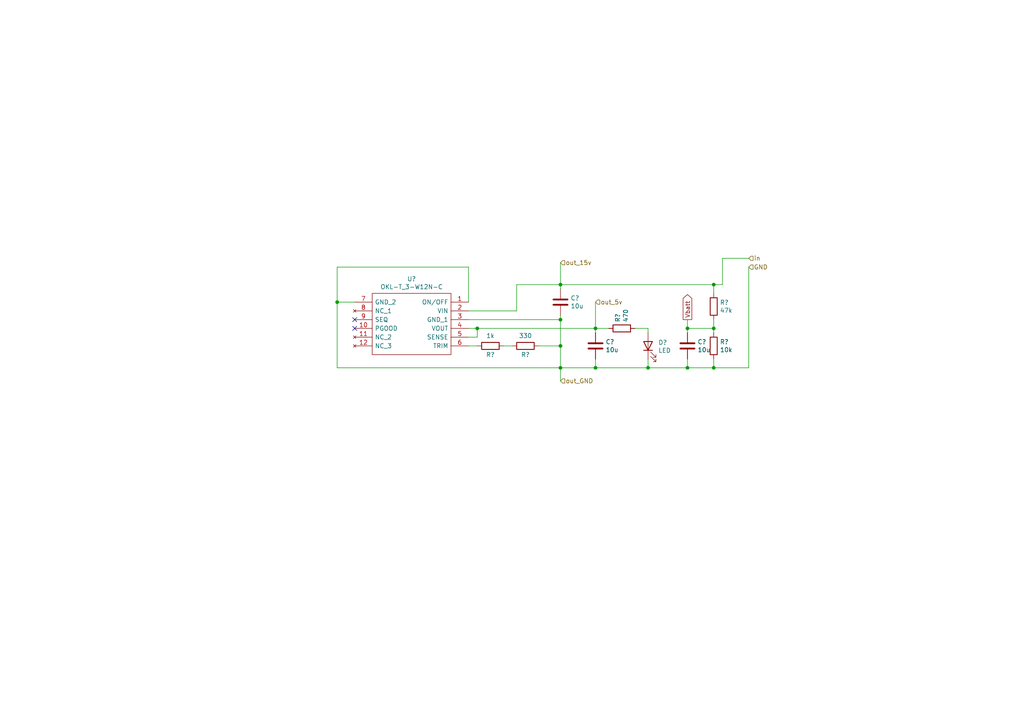
<source format=kicad_sch>
(kicad_sch (version 20211123) (generator eeschema)
  (paper "A4")
  (lib_symbols
    (symbol "0.main.mega:C" (pin_numbers hide) (pin_names (offset 0.254))
      (property "Reference" "C" (at 0.635 2.54 0))
      (property "Value" "0.main.mega_C" (at 0.635 -2.54 0))
      (symbol "C_0_1"
        (polyline (pts (xy -2.032 -0.762) (xy 2.032 -0.762)) (stroke (width 0.508)))
        (polyline (pts (xy -2.032 0.762) (xy 2.032 0.762)) (stroke (width 0.508)))
      )
      (symbol "C_1_1"
        (pin passive line (at 0 3.81 270) (length 2.794) (name "~") (number "1"))
        (pin passive line (at 0 -3.81 90) (length 2.794) (name "~") (number "2"))
      )
    )
    (symbol "0.main.mega:OKL-T_6-W12N-C" (pin_names (offset 0.762))
      (property "Reference" "U" (at 29.21 7.62 0))
      (property "Value" "0.main.mega_OKL-T_6-W12N-C" (at 29.21 5.08 0))
      (symbol "OKL-T_6-W12N-C_0_0"
        (pin passive line (at 0 0 0) (length 5.08) (name "ON/OFF") (number "1"))
        (pin passive line (at 33.02 -7.62 180) (length 5.08) (name "PGOOD") (number "10"))
        (pin no_connect line (at 33.02 -10.16 180) (length 5.08) (name "NC_2") (number "11"))
        (pin no_connect line (at 33.02 -12.7 180) (length 5.08) (name "NC_3") (number "12"))
        (pin passive line (at 0 -2.54 0) (length 5.08) (name "VIN") (number "2"))
        (pin passive line (at 0 -5.08 0) (length 5.08) (name "GND_1") (number "3"))
        (pin passive line (at 0 -7.62 0) (length 5.08) (name "VOUT") (number "4"))
        (pin passive line (at 0 -10.16 0) (length 5.08) (name "SENSE") (number "5"))
        (pin passive line (at 0 -12.7 0) (length 5.08) (name "TRIM") (number "6"))
        (pin passive line (at 33.02 0 180) (length 5.08) (name "GND_2") (number "7"))
        (pin no_connect line (at 33.02 -2.54 180) (length 5.08) (name "NC_1") (number "8"))
        (pin passive line (at 33.02 -5.08 180) (length 5.08) (name "SEQ") (number "9"))
      )
      (symbol "OKL-T_6-W12N-C_0_1"
        (polyline (pts (xy 5.08 2.54) (xy 27.94 2.54) (xy 27.94 -15.24) (xy 5.08 -15.24) (xy 5.08 2.54)) (stroke (width 0.1524)))
      )
    )
    (symbol "0.main.mega:R" (pin_numbers hide) (pin_names (offset 0))
      (property "Reference" "R" (at 2.032 0 90))
      (property "Value" "0.main.mega_R" (at 0 0 90))
      (symbol "R_0_1"
        (rectangle (start -1.016 -2.54) (end 1.016 2.54) (stroke (width 0.254)))
      )
      (symbol "R_1_1"
        (pin passive line (at 0 3.81 270) (length 1.27) (name "~") (number "1"))
        (pin passive line (at 0 -3.81 90) (length 1.27) (name "~") (number "2"))
      )
    )
    (symbol "Device:LED" (pin_numbers hide) (pin_names (offset 1.016) hide)
      (property "Reference" "D" (at 0 2.54 0))
      (property "Value" "LED" (at 0 -2.54 0))
      (symbol "LED_0_1"
        (polyline (pts (xy -1.27 -1.27) (xy -1.27 1.27)) (stroke (width 0.254)))
        (polyline (pts (xy -1.27 0) (xy 1.27 0)))
        (polyline (pts (xy 1.27 -1.27) (xy 1.27 1.27) (xy -1.27 0) (xy 1.27 -1.27)) (stroke (width 0.254)))
        (polyline (pts (xy -3.048 -0.762) (xy -4.572 -2.286) (xy -3.81 -2.286) (xy -4.572 -2.286) (xy -4.572 -1.524)))
        (polyline (pts (xy -1.778 -0.762) (xy -3.302 -2.286) (xy -2.54 -2.286) (xy -3.302 -2.286) (xy -3.302 -1.524)))
      )
      (symbol "LED_1_1"
        (pin passive line (at -3.81 0 0) (length 2.54) (name "K") (number "1"))
        (pin passive line (at 3.81 0 180) (length 2.54) (name "A") (number "2"))
      )
    )
  )
  (junction (at 138.43 95.25))
  (junction (at 199.39 106.68))
  (junction (at 207.01 106.68))
  (junction (at 199.39 95.25))
  (junction (at 97.79 87.63))
  (junction (at 172.72 106.68))
  (junction (at 162.56 92.71))
  (junction (at 162.56 106.68))
  (junction (at 207.01 95.25))
  (junction (at 187.96 106.68))
  (junction (at 172.72 95.25))
  (junction (at 162.56 100.33))
  (junction (at 162.56 82.55))
  (junction (at 207.01 82.55))
  (no_connect (at 102.87 92.71))
  (no_connect (at 102.87 95.25))
  (wire (pts (xy 162.56 83.82) (xy 162.56 82.55)))
  (wire (pts (xy 149.86 82.55) (xy 149.86 90.17)))
  (wire (pts (xy 207.01 82.55) (xy 207.01 85.09)))
  (wire (pts (xy 217.17 77.47) (xy 217.17 106.68)))
  (wire (pts (xy 207.01 92.71) (xy 207.01 95.25)))
  (wire (pts (xy 162.56 82.55) (xy 207.01 82.55)))
  (wire (pts (xy 138.43 97.79) (xy 138.43 95.25)))
  (wire (pts (xy 156.21 100.33) (xy 162.56 100.33)))
  (wire (pts (xy 135.89 90.17) (xy 149.86 90.17)))
  (wire (pts (xy 135.89 97.79) (xy 138.43 97.79)))
  (wire (pts (xy 199.39 92.71) (xy 199.39 95.25)))
  (wire (pts (xy 172.72 95.25) (xy 176.53 95.25)))
  (wire (pts (xy 199.39 95.25) (xy 207.01 95.25)))
  (wire (pts (xy 184.15 95.25) (xy 187.96 95.25)))
  (wire (pts (xy 162.56 106.68) (xy 162.56 110.49)))
  (wire (pts (xy 135.89 77.47) (xy 97.79 77.47)))
  (wire (pts (xy 187.96 95.25) (xy 187.96 96.52)))
  (wire (pts (xy 162.56 91.44) (xy 162.56 92.71)))
  (wire (pts (xy 162.56 106.68) (xy 172.72 106.68)))
  (wire (pts (xy 135.89 87.63) (xy 135.89 77.47)))
  (wire (pts (xy 102.87 87.63) (xy 97.79 87.63)))
  (wire (pts (xy 172.72 95.25) (xy 172.72 96.52)))
  (wire (pts (xy 172.72 104.14) (xy 172.72 106.68)))
  (wire (pts (xy 135.89 100.33) (xy 138.43 100.33)))
  (wire (pts (xy 207.01 106.68) (xy 217.17 106.68)))
  (wire (pts (xy 149.86 82.55) (xy 162.56 82.55)))
  (wire (pts (xy 207.01 82.55) (xy 209.55 82.55)))
  (wire (pts (xy 162.56 92.71) (xy 162.56 100.33)))
  (wire (pts (xy 97.79 106.68) (xy 162.56 106.68)))
  (wire (pts (xy 172.72 87.63) (xy 172.72 95.25)))
  (wire (pts (xy 207.01 95.25) (xy 207.01 96.52)))
  (wire (pts (xy 135.89 95.25) (xy 138.43 95.25)))
  (wire (pts (xy 97.79 87.63) (xy 97.79 106.68)))
  (wire (pts (xy 162.56 100.33) (xy 162.56 106.68)))
  (wire (pts (xy 209.55 74.93) (xy 217.17 74.93)))
  (wire (pts (xy 97.79 77.47) (xy 97.79 87.63)))
  (wire (pts (xy 199.39 96.52) (xy 199.39 95.25)))
  (wire (pts (xy 138.43 95.25) (xy 172.72 95.25)))
  (wire (pts (xy 135.89 92.71) (xy 162.56 92.71)))
  (wire (pts (xy 187.96 104.14) (xy 187.96 106.68)))
  (wire (pts (xy 207.01 104.14) (xy 207.01 106.68)))
  (wire (pts (xy 209.55 82.55) (xy 209.55 74.93)))
  (wire (pts (xy 199.39 106.68) (xy 207.01 106.68)))
  (wire (pts (xy 199.39 104.14) (xy 199.39 106.68)))
  (wire (pts (xy 172.72 106.68) (xy 187.96 106.68)))
  (wire (pts (xy 146.05 100.33) (xy 148.59 100.33)))
  (wire (pts (xy 187.96 106.68) (xy 199.39 106.68)))
  (wire (pts (xy 162.56 76.2) (xy 162.56 82.55)))
  (global_label "Vbatt" (shape output) (at 199.39 92.71 90) (property "Intersheet References" "${INTERSHEET_REFS}" (effects hide)))
  (hierarchical_label "in" (shape input) (at 217.17 74.93 0))
  (hierarchical_label "out_GND" (shape input) (at 162.56 110.49 0))
  (hierarchical_label "GND" (shape input) (at 217.17 77.47 0))
  (hierarchical_label "out_5v" (shape input) (at 172.72 87.63 0))
  (hierarchical_label "out_15v" (shape input) (at 162.56 76.2 0))
  (symbol (lib_id "0.main.mega:R") (at 142.24 100.33 270) (unit 1)
    (property "Reference" "R?" (at 142.24 102.87 90))
    (property "Value" "1k" (at 142.24 97.3836 90))
    (property "Footprint" "Resistor_THT:R_Axial_DIN0204_L3.6mm_D1.6mm_P5.08mm_Horizontal" (effects hide))
  )
  (symbol (lib_id "0.main.mega:R") (at 207.01 88.9 0) (unit 1)
    (property "Reference" "R?" (at 208.788 87.7316 0) (effects (justify left)))
    (property "Value" "47k" (at 208.788 90.043 0) (effects (justify left)))
    (property "Footprint" "Resistor_SMD:R_0603_1608Metric_Pad1.05x0.95mm_HandSolder" (effects hide))
  )
  (symbol (lib_id "0.main.mega:C") (at 199.39 100.33 0) (unit 1)
    (property "Reference" "C?" (at 202.311 99.1616 0) (effects (justify left)))
    (property "Value" "10u" (at 202.311 101.473 0) (effects (justify left)))
    (property "Footprint" "Capacitor_SMD:C_0603_1608Metric_Pad1.05x0.95mm_HandSolder" (effects hide))
  )
  (symbol (lib_id "0.main.mega:C") (at 172.72 100.33 0) (unit 1)
    (property "Reference" "C?" (at 175.641 99.1616 0) (effects (justify left)))
    (property "Value" "10u" (at 175.641 101.473 0) (effects (justify left)))
    (property "Footprint" "Capacitor_SMD:C_0603_1608Metric_Pad1.05x0.95mm_HandSolder" (effects hide))
  )
  (symbol (lib_id "0.main.mega:C") (at 162.56 87.63 0) (unit 1)
    (property "Reference" "C?" (at 165.481 86.4616 0) (effects (justify left)))
    (property "Value" "10u" (at 165.481 88.773 0) (effects (justify left)))
    (property "Footprint" "Capacitor_SMD:C_0603_1608Metric_Pad1.05x0.95mm_HandSolder" (effects hide))
  )
  (symbol (lib_id "Device:LED") (at 187.96 100.33 90) (unit 1)
    (property "Reference" "D?" (at 190.9318 99.3394 90) (effects (justify right)))
    (property "Value" "LED" (at 190.9318 101.6508 90) (effects (justify right)))
    (property "Footprint" "0.main.robot:LED_SMLE13WBC8W1" (effects hide))
  )
  (symbol (lib_id "0.main.mega:R") (at 180.34 95.25 90) (unit 1)
    (property "Reference" "R?" (at 179.1716 93.472 0) (effects (justify left)))
    (property "Value" "470" (at 181.483 93.472 0) (effects (justify left)))
    (property "Footprint" "Resistor_SMD:R_0603_1608Metric_Pad1.05x0.95mm_HandSolder" (effects hide))
  )
  (symbol (lib_id "0.main.mega:R") (at 152.4 100.33 270) (unit 1)
    (property "Reference" "R?" (at 152.4 102.87 90))
    (property "Value" "330" (at 152.4 97.3836 90))
    (property "Footprint" "Resistor_THT:R_Axial_DIN0204_L3.6mm_D1.6mm_P5.08mm_Horizontal" (effects hide))
  )
  (symbol (lib_id "0.main.mega:OKL-T_6-W12N-C") (at 135.89 87.63 0) (mirror y) (unit 1)
    (property "Reference" "U?" (at 119.38 80.899 0))
    (property "Value" "OKL-T_3-W12N-C" (at 119.38 83.2104 0))
    (property "Footprint" "0.main.robot:OKL-T3-W12N-C" (effects hide))
    (property "Description" "MURATA POWER SOLUTIONS - OKL-T/6-W12N-C - DC/DC CONVERTER, 30W, ADJ OUTPUT" (effects hide))
    (property "Manufacturer_Name" "Murata Electronics" (effects hide))
    (property "Manufacturer_Part_Number" "OKL-T/6-W12N-C" (effects hide))
    (property "Mouser Part Number" "580-OKL-T/6-W12N-C" (effects hide))
    (property "Mouser Price/Stock" "https://www.mouser.com/Search/Refine.aspx?Keyword=580-OKL-T%2F6-W12N-C" (effects hide))
    (property "RS Part Number" "1736944P" (effects hide))
    (property "RS Price/Stock" "http://uk.rs-online.com/web/p/products/1736944P" (effects hide))
  )
  (symbol (lib_id "0.main.mega:R") (at 207.01 100.33 0) (unit 1)
    (property "Reference" "R?" (at 208.788 99.1616 0) (effects (justify left)))
    (property "Value" "10k" (at 208.788 101.473 0) (effects (justify left)))
    (property "Footprint" "Resistor_SMD:R_0603_1608Metric_Pad1.05x0.95mm_HandSolder" (effects hide))
  )
)
</source>
